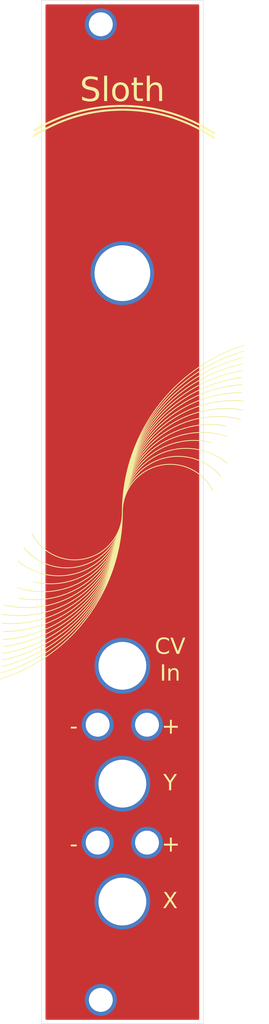
<source format=kicad_pcb>
(kicad_pcb
	(version 20240108)
	(generator "pcbnew")
	(generator_version "8.0")
	(general
		(thickness 1.6)
		(legacy_teardrops no)
	)
	(paper "A4")
	(layers
		(0 "F.Cu" signal)
		(31 "B.Cu" signal)
		(32 "B.Adhes" user "B.Adhesive")
		(33 "F.Adhes" user "F.Adhesive")
		(34 "B.Paste" user)
		(35 "F.Paste" user)
		(36 "B.SilkS" user "B.Silkscreen")
		(37 "F.SilkS" user "F.Silkscreen")
		(38 "B.Mask" user)
		(39 "F.Mask" user)
		(40 "Dwgs.User" user "User.Drawings")
		(41 "Cmts.User" user "User.Comments")
		(42 "Eco1.User" user "User.Eco1")
		(43 "Eco2.User" user "User.Eco2")
		(44 "Edge.Cuts" user)
		(45 "Margin" user)
		(46 "B.CrtYd" user "B.Courtyard")
		(47 "F.CrtYd" user "F.Courtyard")
		(48 "B.Fab" user)
		(49 "F.Fab" user)
		(50 "User.1" user)
		(51 "User.2" user)
		(52 "User.3" user)
		(53 "User.4" user)
		(54 "User.5" user)
		(55 "User.6" user)
		(56 "User.7" user)
		(57 "User.8" user)
		(58 "User.9" user)
	)
	(setup
		(pad_to_mask_clearance 0)
		(allow_soldermask_bridges_in_footprints no)
		(grid_origin 56.896 95.238)
		(pcbplotparams
			(layerselection 0x00010a0_7fffffff)
			(plot_on_all_layers_selection 0x0000000_00000000)
			(disableapertmacros no)
			(usegerberextensions no)
			(usegerberattributes yes)
			(usegerberadvancedattributes yes)
			(creategerberjobfile yes)
			(dashed_line_dash_ratio 12.000000)
			(dashed_line_gap_ratio 3.000000)
			(svgprecision 4)
			(plotframeref no)
			(viasonmask no)
			(mode 1)
			(useauxorigin no)
			(hpglpennumber 1)
			(hpglpenspeed 20)
			(hpglpendiameter 15.000000)
			(pdf_front_fp_property_popups yes)
			(pdf_back_fp_property_popups yes)
			(dxfpolygonmode yes)
			(dxfimperialunits yes)
			(dxfusepcbnewfont yes)
			(psnegative no)
			(psa4output no)
			(plotreference yes)
			(plotvalue yes)
			(plotfptext yes)
			(plotinvisibletext no)
			(sketchpadsonfab no)
			(subtractmaskfromsilk no)
			(outputformat 1)
			(mirror no)
			(drillshape 0)
			(scaleselection 1)
			(outputdirectory "gerber/")
		)
	)
	(net 0 "")
	(net 1 "GND")
	(gr_arc
		(start 56.896 95.238)
		(mid 52.63036 106.872748)
		(end 41.855182 112.993091)
		(stroke
			(width 0.1)
			(type default)
		)
		(layer "F.SilkS")
		(uuid "0510abb4-c603-43df-a9ca-b4b651c81891")
	)
	(gr_arc
		(start 56.896 95.238)
		(mid 52.502602 105.844602)
		(end 41.896 110.238)
		(stroke
			(width 0.1)
			(type default)
		)
		(layer "F.SilkS")
		(uuid "08a0540a-74e8-44d5-b57a-6d391e34a166")
	)
	(gr_arc
		(start 56.896 95.238)
		(mid 61.289398 84.631398)
		(end 71.896 80.238)
		(stroke
			(width 0.1)
			(type default)
		)
		(layer "F.SilkS")
		(uuid "1c3bbcf0-9388-4866-bd95-06c8ad7334bb")
	)
	(gr_arc
		(start 56.895998 95.238)
		(mid 52.274517 101.077492)
		(end 45.529439 97.921281)
		(stroke
			(width 0.1)
			(type default)
		)
		(layer "F.SilkS")
		(uuid "31031ed0-0b63-41bb-a806-a57ce2c9d04a")
	)
	(gr_arc
		(start 56.896 95.238)
		(mid 60.35729 88.144151)
		(end 68.078821 86.506717)
		(stroke
			(width 0.1)
			(type default)
		)
		(layer "F.SilkS")
		(uuid "346ba675-0735-430b-9cbf-cd19b3065ec3")
	)
	(gr_arc
		(start 56.896 95.238)
		(mid 53.43471 102.33185)
		(end 45.713179 103.969283)
		(stroke
			(width 0.1)
			(type default)
		)
		(layer "F.SilkS")
		(uuid "3921e26a-b300-428f-a01a-eca613626926")
	)
	(gr_arc
		(start 56.896 95.238)
		(mid 61.16164 83.603252)
		(end 71.936818 77.482909)
		(stroke
			(width 0.1)
			(type default)
		)
		(layer "F.SilkS")
		(uuid "4a157850-09de-4ddc-a80e-eb0e83be3722")
	)
	(gr_arc
		(start 56.896002 95.238)
		(mid 60.847779 86.792733)
		(end 69.863739 84.415433)
		(stroke
			(width 0.1)
			(type default)
		)
		(layer "F.SilkS")
		(uuid "4a836051-82c6-4ead-9627-69081ee926ac")
	)
	(gr_arc
		(start 56.896002 95.238)
		(mid 61.517483 89.398508)
		(end 68.262561 92.554719)
		(stroke
			(width 0.1)
			(type default)
		)
		(layer "F.SilkS")
		(uuid "4b1a7e7c-cefe-4146-9d50-976415c2e747")
	)
	(gr_arc
		(start 56.895999 95.238)
		(mid 52.599682 106.534744)
		(end 41.882301 112.121559)
		(stroke
			(width 0.1)
			(type default)
		)
		(layer "F.SilkS")
		(uuid "5145aabe-f29d-4374-9e82-8719d94eef16")
	)
	(gr_arc
		(start 56.896 95.238)
		(mid 52.278977 101.819901)
		(end 44.518451 99.719291)
		(stroke
			(width 0.1)
			(type default)
		)
		(layer "F.SilkS")
		(uuid "572c8a47-1dcf-4d6e-8791-d0e2a9c0c427")
	)
	(gr_arc
		(start 56.895999 95.238)
		(mid 52.654809 108.223556)
		(end 41.566483 116.202365)
		(stroke
			(width 0.1)
			(type default)
		)
		(layer "F.SilkS")
		(uuid "5d10b6e9-74db-4558-9eb3-ce28ae51cf61")
	)
	(gr_arc
		(start 56.895998 95.238)
		(mid 52.944221 103.683267)
		(end 43.928261 106.060567)
		(stroke
			(width 0.1)
			(type default)
		)
		(layer "F.SilkS")
		(uuid "6b8d6ddc-b2e9-41d5-86f8-e8a8022fd731")
	)
	(gr_arc
		(start 56.896 95.238)
		(mid 61.430882 84.922403)
		(end 72.097649 81.289665)
		(stroke
			(width 0.1)
			(type default)
		)
		(layer "F.SilkS")
		(uuid "70e620bf-ae89-40bb-ad72-b487b7ac736f")
	)
	(gr_arc
		(start 56.896 95.238)
		(mid 61.141852 83.266571)
		(end 71.981801 76.645554)
		(stroke
			(width 0.1)
			(type default)
		)
		(layer "F.SilkS")
		(uuid "742ac821-f347-4d78-aeaa-3aee60f38469")
	)
	(gr_arc
		(start 56.896 95.238)
		(mid 52.289243 102.482715)
		(end 43.774525 101.38377)
		(stroke
			(width 0.1)
			(type default)
		)
		(layer "F.SilkS")
		(uuid "74624949-bb74-44e7-9558-551355ed1b0f")
	)
	(gr_arc
		(start 56.896001 95.238)
		(mid 61.137191 82.252444)
		(end 72.225517 74.273635)
		(stroke
			(width 0.1)
			(type default)
		)
		(layer "F.SilkS")
		(uuid "79ab32c8-32ce-42d9-bd04-bd466d88db5e")
	)
	(gr_arc
		(start 56.895998 95.238)
		(mid 52.660107 107.546243)
		(end 41.746712 114.640848)
		(stroke
			(width 0.1)
			(type default)
		)
		(layer "F.SilkS")
		(uuid "7bf6052a-f219-48ad-9622-e35591c18141")
	)
	(gr_arc
		(start 56.896002 95.238)
		(mid 61.131893 82.929757)
		(end 72.045288 75.835152)
		(stroke
			(width 0.1)
			(type default)
		)
		(layer "F.SilkS")
		(uuid "8a4cb315-6b93-438e-ba8f-d7bbad3027fb")
	)
	(gr_arc
		(start 56.896 95.238)
		(mid 52.361118 105.553597)
		(end 41.694351 109.186335)
		(stroke
			(width 0.1)
			(type default)
		)
		(layer "F.SilkS")
		(uuid "8ce0d669-4b04-4ffa-81d6-5b69ca32650d")
	)
	(gr_arc
		(start 56.896 95.238)
		(mid 61.480751 85.329237)
		(end 72.001168 82.409584)
		(stroke
			(width 0.1)
			(type default)
		)
		(layer "F.SilkS")
		(uuid "928186a6-c484-4144-8138-fcb97afff35e")
	)
	(gr_arc
		(start 56.895998 95.238)
		(mid 52.743102 103.35042)
		(end 43.733723 104.724831)
		(stroke
			(width 0.1)
			(type default)
		)
		(layer "F.SilkS")
		(uuid "95ea5729-363b-41c2-b6de-54ab562376ee")
	)
	(gr_arc
		(start 56.896 95.238)
		(mid 61.502757 87.993285)
		(end 70.017475 89.09223)
		(stroke
			(width 0.1)
			(type default)
		)
		(layer "F.SilkS")
		(uuid "9a0cf638-98b7-4129-9d90-4775de708763")
	)
	(gr_arc
		(start 56.896 95.238)
		(mid 61.24323 84.261462)
		(end 71.927219 79.238001)
		(stroke
			(width 0.1)
			(type default)
		)
		(layer "F.SilkS")
		(uuid "9a5d3f3f-a464-48b8-b265-413936f4ccb0")
	)
	(gr_arc
		(start 45.907879 47.257978)
		(mid 51.198214 45.006738)
		(end 56.896 44.238)
		(stroke
			(width 0.25)
			(type default)
		)
		(layer "F.SilkS")
		(uuid "9f754d22-c1cd-4233-bca7-7d9c17e33cec")
	)
	(gr_arc
		(start 45.746107 48.006347)
		(mid 57.105904 44.714699)
		(end 68.396 48.238001)
		(stroke
			(width 0.25)
			(type default)
		)
		(layer "F.SilkS")
		(uuid "ad9cf779-36ed-4fae-8297-e6a51cd164fb")
	)
	(gr_arc
		(start 56.896 95.238)
		(mid 52.54877 106.214538)
		(end 41.864781 111.237999)
		(stroke
			(width 0.1)
			(type default)
		)
		(layer "F.SilkS")
		(uuid "b8f2ded4-defe-4a5f-9d09-24950686c2d4")
	)
	(gr_arc
		(start 56.896001 95.238)
		(mid 61.192318 83.941256)
		(end 71.909699 78.354441)
		(stroke
			(width 0.1)
			(type default)
		)
		(layer "F.SilkS")
		(uuid "ca0d3794-6228-4502-bc85-e0ed7193fb57")
	)
	(gr_arc
		(start 56.896002 95.238)
		(mid 61.048898 87.12558)
		(end 70.058277 85.751169)
		(stroke
			(width 0.1)
			(type default)
		)
		(layer "F.SilkS")
		(uuid "cb765da6-e075-4296-ac20-be051ce0d2dd")
	)
	(gr_arc
		(start 56.896 95.238)
		(mid 61.513023 88.656099)
		(end 69.273549 90.756709)
		(stroke
			(width 0.1)
			(type default)
		)
		(layer "F.SilkS")
		(uuid "cbc267fe-510e-42ce-bfc1-8647d43df8d6")
	)
	(gr_arc
		(start 56.896 95.238)
		(mid 52.650148 107.209429)
		(end 41.810199 113.830446)
		(stroke
			(width 0.1)
			(type default)
		)
		(layer "F.SilkS")
		(uuid "cf2afa23-3d8f-4bbf-b16d-2f2b085ee4f6")
	)
	(gr_arc
		(start 56.896 95.238)
		(mid 52.311249 105.146763)
		(end 41.790832 108.066416)
		(stroke
			(width 0.1)
			(type default)
		)
		(layer "F.SilkS")
		(uuid "d649750f-eddf-447e-bfb8-3d14d1724d06")
	)
	(gr_arc
		(start 56.896002 95.238)
		(mid 61.511055 85.779536)
		(end 71.806427 83.596292)
		(stroke
			(width 0.1)
			(type default)
		)
		(layer "F.SilkS")
		(uuid "e319ec88-f2d8-45ac-a9f4-de627dbbb7dc")
	)
	(gr_arc
		(start 56.896 44.238)
		(mid 62.914882 45.119027)
		(end 68.428736 47.688185)
		(stroke
			(width 0.25)
			(type default)
		)
		(layer "F.SilkS")
		(uuid "e84716e6-7ade-47be-a991-65cda8ebc8aa")
	)
	(gr_arc
		(start 56.896 95.238)
		(mid 61.130678 82.591894)
		(end 72.126856 75.045997)
		(stroke
			(width 0.1)
			(type default)
		)
		(layer "F.SilkS")
		(uuid "f9b47cbc-cd80-471d-ae69-1584ad5f4e49")
	)
	(gr_arc
		(start 56.895998 95.238)
		(mid 52.280945 104.696464)
		(end 41.985573 106.879708)
		(stroke
			(width 0.1)
			(type default)
		)
		(layer "F.SilkS")
		(uuid "fad45f55-988a-40d7-aecf-daa1da2b52bf")
	)
	(gr_arc
		(start 56.896 95.238)
		(mid 52.661322 107.884106)
		(end 41.665144 115.430003)
		(stroke
			(width 0.1)
			(type default)
		)
		(layer "F.SilkS")
		(uuid "fe24906b-bcae-4dca-b374-b974414b061e")
	)
	(gr_rect
		(start 46.736 30.988)
		(end 67.056 159.488)
		(stroke
			(width 0.05)
			(type default)
		)
		(fill none)
		(layer "Edge.Cuts")
		(uuid "a39995e4-4324-4ad2-9eaa-3e18a1ef460f")
	)
	(gr_circle
		(center 56.896 65.238)
		(end 66.896 65.238)
		(stroke
			(width 0.1)
			(type default)
		)
		(fill none)
		(layer "User.6")
		(uuid "18802de4-cd75-42aa-b2ce-7c5b7d5e3dc9")
	)
	(gr_line
		(start 67.036 33.988)
		(end 46.436 33.988)
		(stroke
			(width 0.1)
			(type default)
		)
		(layer "User.6")
		(uuid "44290ac3-c3c8-48df-a8d6-593151538dfc")
	)
	(gr_circle
		(center 59.991 136.738)
		(end 61.491 136.738)
		(stroke
			(width 0.1)
			(type default)
		)
		(fill none)
		(layer "User.6")
		(uuid "4a49b6a7-1d71-4f15-b3c3-94c7f45cd551")
	)
	(gr_rect
		(start 46.736 30.988)
		(end 67.056 159.488)
		(stroke
			(width 0.1)
			(type default)
		)
		(fill none)
		(layer "User.6")
		(uuid "51ced23a-35e1-4125-8788-79c46a43f237")
	)
	(gr_line
		(start 67.056 30.988)
		(end 46.736 159.488)
		(stroke
			(width 0.1)
			(type default)
		)
		(layer "User.6")
		(uuid "5cdd305d-bae1-47a4-892d-0d8f397bc611")
	)
	(gr_circle
		(center 53.791 136.738)
		(end 55.291 136.738)
		(stroke
			(width 0.1)
			(type default)
		)
		(fill none)
		(layer "User.6")
		(uuid "62bb7048-490e-4927-9cd4-df824ba2c08e")
	)
	(gr_circle
		(center 56.896 144.138)
		(end 60.396 144.138)
		(stroke
			(width 0.1)
			(type default)
		)
		(fill none)
		(layer "User.6")
		(uuid "6cd682f4-2576-46d7-b4b0-3478bf36fd2d")
	)
	(gr_line
		(start 56.896 159.488)
		(end 56.896 30.988)
		(stroke
			(width 0.1)
			(type default)
		)
		(layer "User.6")
		(uuid "755a2a9b-7c99-4fec-8ff1-97f3cc7bfe66")
	)
	(gr_circle
		(center 53.791 121.938)
		(end 55.291 121.938)
		(stroke
			(width 0.1)
			(type default)
		)
		(fill none)
		(layer "User.6")
		(uuid "804a1d52-8c0e-434d-adb6-bce72e4bcce8")
	)
	(gr_line
		(start 54.186 159.488)
		(end 54.186 31.248)
		(stroke
			(width 0.1)
			(type default)
		)
		(layer "User.6")
		(uuid "9dfcdf1b-9a84-4eb3-b390-7fad4d8a10bc")
	)
	(gr_circle
		(center 59.991 121.938)
		(end 61.491 121.938)
		(stroke
			(width 0.1)
			(type default)
		)
		(fill none)
		(layer "User.6")
		(uuid "9fc389da-62c0-481b-b592-14ca88953b60")
	)
	(gr_line
		(start 67.056 159.488)
		(end 46.736 30.988)
		(stroke
			(width 0.1)
			(type default)
		)
		(layer "User.6")
		(uuid "a929b2b5-0d78-4739-9309-f12c1eeb3828")
	)
	(gr_line
		(start 67.136 156.488)
		(end 46.336 156.488)
		(stroke
			(width 0.1)
			(type default)
		)
		(layer "User.6")
		(uuid "c58a69cb-15d0-4b1e-b0f6-e8d3414a34f0")
	)
	(gr_circle
		(center 56.896 129.338)
		(end 60.396 129.338)
		(stroke
			(width 0.1)
			(type default)
		)
		(fill none)
		(layer "User.6")
		(uuid "c908cca2-9543-4495-ab33-407c846d3259")
	)
	(gr_circle
		(center 56.896 65.238)
		(end 60.896 65.238)
		(stroke
			(width 0.1)
			(type default)
		)
		(fill none)
		(layer "User.6")
		(uuid "ce85150c-0d71-40a7-b0f8-b9d5cff0fbca")
	)
	(gr_circle
		(center 56.896 114.538)
		(end 60.396 114.538)
		(stroke
			(width 0.1)
			(type default)
		)
		(fill none)
		(layer "User.6")
		(uuid "d5389733-aebb-404d-8693-da9036d67f0a")
	)
	(gr_text "CV\nIn"
		(at 62.896 116.738 0)
		(layer "F.SilkS")
		(uuid "0b5e658e-ba56-4f7f-9abb-a92d4adcc2e4")
		(effects
			(font
				(face "Dune Rise")
				(size 2 2)
				(thickness 0.1)
			)
			(justify bottom)
		)
		(render_cache "CV\nIn" 0
			(polygon
				(pts
					(xy 60.23815 111.912528) (xy 60.243929 112.027725) (xy 60.260894 112.139566) (xy 60.288482 112.247488)
					(xy 60.326131 112.350929) (xy 60.373279 112.449327) (xy 60.429366 112.54212) (xy 60.493829 112.628744)
					(xy 60.566107 112.708638) (xy 60.645637 112.781239) (xy 60.731859 112.845985) (xy 60.82421 112.902312)
					(xy 60.922129 112.94966) (xy 61.025054 112.987465) (xy 61.132423 113.015165) (xy 61.243675 113.032197)
					(xy 61.358248 113.038) (xy 62.478345 113.038) (xy 62.478345 112.850421) (xy 61.358248 112.850421)
					(xy 61.216507 112.839598) (xy 61.081409 112.808197) (xy 60.954548 112.757819) (xy 60.837518 112.690065)
					(xy 60.731912 112.606536) (xy 60.639325 112.508834) (xy 60.56135 112.398559) (xy 60.499581 112.277313)
					(xy 60.455613 112.146696) (xy 60.431038 112.008311) (xy 60.426217 111.912528) (xy 60.436976 111.769978)
					(xy 60.468193 111.634106) (xy 60.518272 111.506516) (xy 60.58562 111.388811) (xy 60.668642 111.282595)
					(xy 60.765746 111.189471) (xy 60.875337 111.111044) (xy 60.995822 111.048916) (xy 61.125605 111.004692)
					(xy 61.263094 110.979974) (xy 61.358248 110.975124) (xy 62.478345 110.975124) (xy 62.478345 110.787546)
					(xy 61.358248 110.787546) (xy 61.243675 110.793348) (xy 61.132423 110.81038) (xy 61.025054 110.838077)
					(xy 60.922129 110.875878) (xy 60.82421 110.923218) (xy 60.731859 110.979535) (xy 60.645637 111.044266)
					(xy 60.566107 111.116846) (xy 60.493829 111.196714) (xy 60.429366 111.283306) (xy 60.373279 111.376059)
					(xy 60.326131 111.47441) (xy 60.288482 111.577796) (xy 60.260894 111.685653) (xy 60.243929 111.797418)
				)
			)
			(polygon
				(pts
					(xy 64.296977 112.629625) (xy 63.26725 110.788034) (xy 63.03815 110.787057) (xy 64.296977 113.038)
					(xy 65.556294 110.787057) (xy 65.327194 110.787057)
				)
			)
			(polygon
				(pts
					(xy 61.40221 116.398) (xy 61.590277 116.398) (xy 61.589789 114.147057) (xy 61.40221 114.147057)
				)
			)
			(polygon
				(pts
					(xy 63.269203 114.147546) (xy 63.15463 114.153343) (xy 63.043378 114.170359) (xy 62.936009 114.198032)
					(xy 62.833084 114.235802) (xy 62.735165 114.283105) (xy 62.642814 114.339381) (xy 62.556593 114.404067)
					(xy 62.477062 114.476602) (xy 62.404784 114.556425) (xy 62.340321 114.642972) (xy 62.284235 114.735684)
					(xy 62.237086 114.833998) (xy 62.199437 114.937352) (xy 62.171849 115.045185) (xy 62.154885 115.156935)
					(xy 62.149105 115.27204) (xy 62.149105 116.398) (xy 62.337172 116.398) (xy 62.337172 115.27204)
					(xy 62.347932 115.129614) (xy 62.379148 114.993844) (xy 62.429227 114.866334) (xy 62.496575 114.748691)
					(xy 62.579598 114.642522) (xy 62.676701 114.54943) (xy 62.786292 114.471024) (xy 62.906777 114.408909)
					(xy 63.03656 114.36469) (xy 63.17405 114.339974) (xy 63.269203 114.335124) (xy 63.410943 114.345946)
					(xy 63.546041 114.377342) (xy 63.672902 114.427705) (xy 63.789932 114.495429) (xy 63.895538 114.578908)
					(xy 63.988125 114.676538) (xy 64.0661 114.78671) (xy 64.127869 114.90782) (xy 64.171837 115.038262)
					(xy 64.196412 115.17643) (xy 64.201233 115.27204) (xy 64.201233 116.398) (xy 64.3893 116.398) (xy 64.3893 115.27204)
					(xy 64.383515 115.156935) (xy 64.366536 115.045185) (xy 64.338927 114.937352) (xy 64.301251 114.833998)
					(xy 64.254072 114.735684) (xy 64.197955 114.642972) (xy 64.133463 114.556425) (xy 64.06116 114.476602)
					(xy 63.98161 114.404067) (xy 63.895376 114.339381) (xy 63.803024 114.283105) (xy 63.705115 114.235802)
					(xy 63.602215 114.198032) (xy 63.494887 114.170359) (xy 63.383695 114.153343)
				)
			)
		)
	)
	(gr_text "+"
		(at 62.991 137.038 0)
		(layer "F.SilkS")
		(uuid "18629176-1a1e-4ec4-8e48-3720f8ab953b")
		(effects
			(font
				(face "Dune Rise")
				(size 2 2)
				(thickness 0.1)
			)
		)
		(render_cache "+" 0
			(polygon
				(pts
					(xy 63.086255 135.995145) (xy 62.898188 135.995145) (xy 62.898188 136.648739) (xy 62.244106 136.648739)
					(xy 62.244106 136.836806) (xy 62.898188 136.836806) (xy 62.898188 137.490889) (xy 63.086255 137.490889)
					(xy 63.086255 136.836806) (xy 63.740337 136.836806) (xy 63.740337 136.648739) (xy 63.086255 136.648739)
				)
			)
		)
	)
	(gr_text "X"
		(at 62.896 144.138 0)
		(layer "F.SilkS")
		(uuid "38937110-7d4f-4d24-9304-91e800bffe4b")
		(effects
			(font
				(face "Dune Rise")
				(size 2 2)
				(thickness 0.1)
			)
		)
		(render_cache "X" 0
			(polygon
				(pts
					(xy 63.749872 142.717057) (xy 62.896 143.691098) (xy 62.041638 142.717057) (xy 61.775902 142.717057)
					(xy 62.763131 143.843017) (xy 61.775902 144.968) (xy 62.041638 144.968) (xy 62.896 143.994448)
					(xy 63.749872 144.968) (xy 64.016097 144.968) (xy 63.028868 143.843017) (xy 64.016097 142.717057)
				)
			)
		)
	)
	(gr_text "-"
		(at 50.791 137.038 0)
		(layer "F.SilkS")
		(uuid "42bb2fd3-fc00-4b54-845b-4c2f90662625")
		(effects
			(font
				(face "Dune Rise")
				(size 2 2)
				(thickness 0.1)
			)
		)
		(render_cache "-" 0
			(polygon
				(pts
					(xy 50.417309 136.836806) (xy 51.16518 136.836806) (xy 51.16518 136.649228) (xy 50.417309 136.649228)
				)
			)
		)
	)
	(gr_text "Sloth"
		(at 56.896 44.138 0)
		(layer "F.SilkS")
		(uuid "8b8e5786-9155-4c5f-b348-f07d4376aa44")
		(effects
			(font
				(face "Dune Rise")
				(size 3 3)
				(thickness 0.1)
			)
			(justify bottom)
		)
		(render_cache "Sloth" 0
			(polygon
				(pts
					(xy 48.32674 40.252319) (xy 48.14332 40.270845) (xy 47.972488 40.324001) (xy 47.817903 40.408154)
					(xy 47.683221 40.519673) (xy 47.572101 40.654926) (xy 47.488201 40.81028) (xy 47.435178 40.982104)
					(xy 47.416691 41.166764) (xy 47.435178 41.351214) (xy 47.488201 41.522939) (xy 47.572101 41.67828)
					(xy 47.683221 41.81358) (xy 47.817903 41.925181) (xy 47.972488 42.009425) (xy 48.14332 42.062654)
					(xy 48.32674 42.08121) (xy 49.866202 42.08121) (xy 50.023109 42.101146) (xy 50.16559 42.157622)
					(xy 50.288663 42.245641) (xy 50.387348 42.360205) (xy 50.456665 42.496315) (xy 50.491631 42.648976)
					(xy 50.494884 42.713554) (xy 50.475052 42.871483) (xy 50.418878 43.014935) (xy 50.331343 43.13888)
					(xy 50.217427 43.238285) (xy 50.082112 43.30812) (xy 49.930378 43.343354) (xy 49.866202 43.346632)
					(xy 47.416691 43.346632) (xy 47.416691 43.628) (xy 49.866202 43.628) (xy 50.049654 43.609474) (xy 50.220568 43.556318)
					(xy 50.375271 43.472164) (xy 50.510088 43.360645) (xy 50.621342 43.225392) (xy 50.70536 43.070038)
					(xy 50.758465 42.898215) (xy 50.776984 42.713554) (xy 50.758465 42.528894) (xy 50.70536 42.35707)
					(xy 50.621342 42.201716) (xy 50.510088 42.066463) (xy 50.375271 41.954944) (xy 50.220568 41.870791)
					(xy 50.049654 41.817635) (xy 49.866202 41.799109) (xy 48.32674 41.799109) (xy 48.169881 41.779125)
					(xy 48.027522 41.722527) (xy 47.904611 41.634346) (xy 47.806095 41.519613) (xy 47.73692 41.38336)
					(xy 47.702036 41.230618) (xy 47.698791 41.166032) (xy 47.718575 41.008395) (xy 47.774627 40.865145)
					(xy 47.862 40.741329) (xy 47.975747 40.641995) (xy 48.110921 40.572191) (xy 48.262573 40.536965)
					(xy 48.32674 40.533687) (xy 50.776984 40.533687) (xy 50.776984 40.252319)
				)
			)
			(polygon
				(pts
					(xy 54.066202 43.346632) (xy 51.898791 43.346632) (xy 51.898791 40.251586) (xy 51.616691 40.251586)
					(xy 51.616691 43.346632) (xy 51.616691 43.411845) (xy 51.616691 43.628) (xy 54.066202 43.628) (xy 54.976984 43.628)
					(xy 54.976984 43.346632) (xy 54.724193 43.346632)
				)
			)
			(polygon
				(pts
					(xy 56.946878 41.707143) (xy 57.081499 41.775206) (xy 57.136335 41.917078) (xy 57.135245 41.938519)
					(xy 57.067181 42.072611) (xy 56.925309 42.127371) (xy 56.90374 42.126282) (xy 56.769119 42.058328)
					(xy 56.714283 41.917078) (xy 56.715373 41.895509) (xy 56.783437 41.760888) (xy 56.925309 41.706053)
				)
			)
			(polygon
				(pts
					(xy 57.097047 40.26092) (xy 57.263836 40.286165) (xy 57.424828 40.327213) (xy 57.579178 40.383226)
					(xy 57.726041 40.453363) (xy 57.86457 40.536787) (xy 57.99392 40.632656) (xy 58.113245 40.740133)
					(xy 58.2217 40.858378) (xy 58.318438 40.98655) (xy 58.402614 41.123812) (xy 58.473381 41.269323)
					(xy 58.529895 41.422245) (xy 58.571309 41.581738) (xy 58.596778 41.746962) (xy 58.605456 41.917078)
					(xy 58.596778 42.092302) (xy 58.571309 42.262397) (xy 58.529895 42.426511) (xy 58.473381 42.583793)
					(xy 58.402614 42.733389) (xy 58.318438 42.874448) (xy 58.2217 43.006118) (xy 58.113245 43.127546)
					(xy 57.99392 43.23788) (xy 57.86457 43.336268) (xy 57.726041 43.421857) (xy 57.579178 43.493796)
					(xy 57.424828 43.551232) (xy 57.263836 43.593312) (xy 57.097047 43.619186) (xy 56.925309 43.628)
					(xy 56.75345 43.619186) (xy 56.586573 43.593312) (xy 56.425519 43.551232) (xy 56.271131 43.493796)
					(xy 56.124253 43.421857) (xy 55.985727 43.336268) (xy 55.856394 43.23788) (xy 55.737098 43.127546)
					(xy 55.628682 43.006118) (xy 55.531987 42.874448) (xy 55.447857 42.733389) (xy 55.377134 42.583793)
					(xy 55.32066 42.426511) (xy 55.279279 42.262397) (xy 55.253832 42.092302) (xy 55.245163 41.917078)
					(xy 55.527263 41.917078) (xy 55.534495 42.062577) (xy 55.571357 42.272999) (xy 55.63731 42.471823)
					(xy 55.729963 42.656562) (xy 55.846925 42.824731) (xy 55.985806 42.973846) (xy 56.144215 43.101422)
					(xy 56.31976 43.204974) (xy 56.510052 43.282016) (xy 56.712698 43.330064) (xy 56.925309 43.346632)
					(xy 57.068039 43.339207) (xy 57.274273 43.301376) (xy 57.468948 43.233723) (xy 57.649674 43.138732)
					(xy 57.814061 43.018888) (xy 57.959717 42.876676) (xy 58.084251 42.714582) (xy 58.185273 42.53509)
					(xy 58.260391 42.340685) (xy 58.307216 42.133853) (xy 58.323355 41.917078) (xy 58.316123 41.7756)
					(xy 58.279261 41.571277) (xy 58.213309 41.378511) (xy 58.120656 41.199646) (xy 58.003693 41.037026)
					(xy 57.864812 40.892993) (xy 57.706404 40.769893) (xy 57.530858 40.670068) (xy 57.340567 40.595863)
					(xy 57.13792 40.549622) (xy 56.925309 40.533687) (xy 56.78258 40.540827) (xy 56.576346 40.577227)
					(xy 56.38167 40.642371) (xy 56.200944 40.733916) (xy 56.036557 40.849518) (xy 55.890902 40.986834)
					(xy 55.766367 41.143519) (xy 55.665346 41.317229) (xy 55.590227 41.505622) (xy 55.543403 41.706353)
					(xy 55.527263 41.917078) (xy 55.245163 41.917078) (xy 55.253832 41.746962) (xy 55.279279 41.581738)
					(xy 55.32066 41.422245) (xy 55.377134 41.269323) (xy 55.447857 41.123812) (xy 55.531987 40.98655)
					(xy 55.628682 40.858378) (xy 55.737098 40.740133) (xy 55.856394 40.632656) (xy 55.985727 40.536787)
					(xy 56.124253 40.453363) (xy 56.271131 40.383226) (xy 56.425519 40.327213) (xy 56.586573 40.286165)
					(xy 56.75345 40.26092) (xy 56.925309 40.252319)
				)
			)
			(polygon
				(pts
					(xy 58.815016 40.533687) (xy 60.353746 40.533687) (xy 60.353746 43.628) (xy 60.635847 43.628) (xy 60.635847 40.533687)
					(xy 62.175309 40.533687) (xy 62.175309 40.252319) (xy 58.815016 40.252319)
				)
			)
			(polygon
				(pts
					(xy 66.093209 41.799842) (xy 63.297117 41.799842) (xy 63.297117 40.251586) (xy 63.015016 40.251586)
					(xy 63.015016 43.628) (xy 63.297117 43.628) (xy 63.297117 42.08121) (xy 66.093209 42.08121) (xy 66.093209 43.628)
					(xy 66.375309 43.628) (xy 66.375309 40.251586) (xy 66.093209 40.251586)
				)
			)
		)
	)
	(gr_text "+"
		(at 62.991 122.238 0)
		(layer "F.SilkS")
		(uuid "a4d058d8-1ae1-4852-86fa-2575aa1549a2")
		(effects
			(font
				(face "Dune Rise")
				(size 2 2)
				(thickness 0.1)
			)
		)
		(render_cache "+" 0
			(polygon
				(pts
					(xy 63.086255 121.195146) (xy 62.898189 121.195146) (xy 62.898189 121.84874) (xy 62.244107 121.84874)
					(xy 62.244107 122.036807) (xy 62.898189 122.036807) (xy 62.898189 122.690889) (xy 63.086255 122.690889)
					(xy 63.086255 122.036807) (xy 63.740337 122.036807) (xy 63.740337 121.84874) (xy 63.086255 121.84874)
				)
			)
		)
	)
	(gr_text "-"
		(at 50.791 122.238 0)
		(layer "F.SilkS")
		(uuid "cc4ea755-db7f-4e86-a310-b749cf742671")
		(effects
			(font
				(face "Dune Rise")
				(size 2 2)
				(thickness 0.1)
			)
		)
		(render_cache "-" 0
			(polygon
				(pts
					(xy 50.41731 122.036807) (xy 51.165181 122.036807) (xy 51.165181 121.849229) (xy 50.41731 121.849229)
				)
			)
		)
	)
	(gr_text "Y"
		(at 62.896 129.338 0)
		(layer "F.SilkS")
		(uuid "ef2e7066-8dc9-46fe-8031-035620a32a48")
		(effects
			(font
				(face "Dune Rise")
				(size 2 2)
				(thickness 0.1)
			)
		)
		(render_cache "Y" 0
			(polygon
				(pts
					(xy 63.82803 128.011824) (xy 63.817271 128.154362) (xy 63.786054 128.290201) (xy 63.735975 128.417742)
					(xy 63.668627 128.535387) (xy 63.585605 128.641536) (xy 63.488501 128.734591) (xy 63.37891 128.812953)
					(xy 63.258425 128.875024) (xy 63.128642 128.919204) (xy 62.991153 128.943895) (xy 62.896 128.948739)
					(xy 62.754259 128.937929) (xy 62.619161 128.906564) (xy 62.4923 128.856242) (xy 62.37527 128.788564)
					(xy 62.269664 128.705126) (xy 62.177077 128.607529) (xy 62.099102 128.49737) (xy 62.037333 128.376249)
					(xy 61.993365 128.245764) (xy 61.96879 128.107515) (xy 61.963969 128.011824) (xy 61.963969 127.917057)
					(xy 61.775902 127.917057) (xy 61.775902 128.011824) (xy 61.781111 128.121132) (xy 61.796418 128.227452)
					(xy 61.821342 128.330303) (xy 61.855403 128.429204) (xy 61.898119 128.523675) (xy 61.949009 128.613233)
					(xy 62.007593 128.6974) (xy 62.07339 128.775693) (xy 62.145918 128.847632) (xy 62.224698 128.912736)
					(xy 62.309248 128.970525) (xy 62.399087 129.020516) (xy 62.493735 129.06223) (xy 62.592711 129.095186)
					(xy 62.695533 129.118902) (xy 62.801722 129.132898) (xy 62.801722 130.168) (xy 62.989789 130.168)
					(xy 62.989789 129.132898) (xy 63.095983 129.118902) (xy 63.198821 129.095186) (xy 63.29782 129.06223)
					(xy 63.392499 129.020516) (xy 63.482376 128.970525) (xy 63.566967 128.912736) (xy 63.645791 128.847632)
					(xy 63.718365 128.775693) (xy 63.784207 128.6974) (xy 63.842836 128.613233) (xy 63.893767 128.523675)
					(xy 63.93652 128.429204) (xy 63.970611 128.330303) (xy 63.99556 128.227452) (xy 64.010882 128.121132)
					(xy 64.016097 128.011824) (xy 64.016097 127.917057) (xy 63.82803 127.917057)
				)
			)
		)
	)
	(dimension
		(type orthogonal)
		(layer "User.6")
		(uuid "a85260ff-2411-471a-b65e-161e679e77bb")
		(pts
			(xy 46.736 30.988) (xy 48.636 33.988)
		)
		(height 25.3)
		(orientation 1)
		(gr_text "3,0000 mm"
			(at 70.886 32.488 90)
			(layer "User.6")
			(uuid "a85260ff-2411-471a-b65e-161e679e77bb")
			(effects
				(font
					(size 1 1)
					(thickness 0.15)
				)
			)
		)
		(format
			(prefix "")
			(suffix "")
			(units 3)
			(units_format 1)
			(precision 4)
		)
		(style
			(thickness 0.1)
			(arrow_length 1.27)
			(text_position_mode 0)
			(extension_height 0.58642)
			(extension_offset 0.5) keep_text_aligned)
	)
	(dimension
		(type orthogonal)
		(layer "User.6")
		(uuid "e122faba-92ec-4a86-84ce-c32f93720b0d")
		(pts
			(xy 46.736 159.488) (xy 47.436 156.488)
		)
		(height 22.9)
		(orientation 1)
		(gr_text "3,0000 mm"
			(at 68.486 157.988 90)
			(layer "User.6")
			(uuid "e122faba-92ec-4a86-84ce-c32f93720b0d")
			(effects
				(font
					(size 1 1)
					(thickness 0.15)
				)
			)
		)
		(format
			(prefix "")
			(suffix "")
			(units 3)
			(units_format 1)
			(precision 4)
		)
		(style
			(thickness 0.1)
			(arrow_length 1.27)
			(text_position_mode 0)
			(extension_height 0.58642)
			(extension_offset 0.5) keep_text_aligned)
	)
	(via
		(at 56.896 129.338)
		(size 7)
		(drill 6)
		(layers "F.Cu" "B.Cu")
		(free yes)
		(net 1)
		(uuid "019f2106-8e4f-4e20-a56c-0f86523d07a7")
	)
	(via
		(at 54.186 156.488)
		(size 4)
		(drill 3)
		(layers "F.Cu" "B.Cu")
		(free yes)
		(net 1)
		(uuid "18519c58-c7ce-4e36-91fe-982ce7edeb33")
	)
	(via
		(at 59.991 121.938)
		(size 4)
		(drill 3)
		(layers "F.Cu" "B.Cu")
		(free yes)
		(net 1)
		(uuid "6e299497-03e8-43f6-82bc-3424abb169b0")
	)
	(via
		(at 53.791 136.738)
		(size 4)
		(drill 3)
		(layers "F.Cu" "B.Cu")
		(free yes)
		(net 1)
		(uuid "7709eaff-4504-41f0-b4ca-7fedbbac4349")
	)
	(via
		(at 56.896 144.138)
		(size 7)
		(drill 6)
		(layers "F.Cu" "B.Cu")
		(free yes)
		(net 1)
		(uuid "78798e4e-308e-495d-a01a-e2e963abb5e8")
	)
	(via
		(at 54.186 33.988)
		(size 4)
		(drill 3)
		(layers "F.Cu" "B.Cu")
		(free yes)
		(net 1)
		(uuid "83208c47-9f29-4538-b545-4c7237dae367")
	)
	(via
		(at 59.991 136.738)
		(size 4)
		(drill 3)
		(layers "F.Cu" "B.Cu")
		(free yes)
		(net 1)
		(uuid "a91667d7-534b-4409-b08f-7cdd013cacec")
	)
	(via
		(at 56.896 65.238)
		(size 8)
		(drill 7)
		(layers "F.Cu" "B.Cu")
		(free yes)
		(net 1)
		(uuid "b7aad164-155a-4a82-b40a-08772c5c7bd6")
	)
	(via
		(at 56.896 114.538)
		(size 7)
		(drill 6)
		(layers "F.Cu" "B.Cu")
		(free yes)
		(net 1)
		(uuid "fa60ed85-de19-4f3e-a4cf-97abf4df28f2")
	)
	(via
		(at 53.791 121.938)
		(size 4)
		(drill 3)
		(layers "F.Cu" "B.Cu")
		(free yes)
		(net 1)
		(uuid "ffa071e7-83d8-4f14-996a-5956a2dfd9fb")
	)
	(zone
		(net 1)
		(net_name "GND")
		(layer "F.Cu")
		(uuid "0ce19fa7-eaed-49dc-bc0a-919ab7e18c8f")
		(hatch edge 0.5)
		(connect_pads
			(clearance 0.5)
		)
		(min_thickness 0.25)
		(filled_areas_thickness no)
		(fill yes
			(thermal_gap 0.5)
			(thermal_bridge_width 0.5)
		)
		(polygon
			(pts
				(xy 67.056 30.988) (xy 46.736 30.988) (xy 46.736 159.488) (xy 67.056 159.488)
			)
		)
		(filled_polygon
			(layer "F.Cu")
			(pts
				(xy 66.498539 31.508185) (xy 66.544294 31.560989) (xy 66.5555 31.6125) (xy 66.5555 158.8635) (xy 66.535815 158.930539)
				(xy 66.483011 158.976294) (xy 66.4315 158.9875) (xy 47.3605 158.9875) (xy 47.293461 158.967815)
				(xy 47.247706 158.915011) (xy 47.2365 158.8635) (xy 47.2365 31.6125) (xy 47.256185 31.545461) (xy 47.308989 31.499706)
				(xy 47.3605 31.4885) (xy 66.4315 31.4885)
			)
		)
	)
)
</source>
